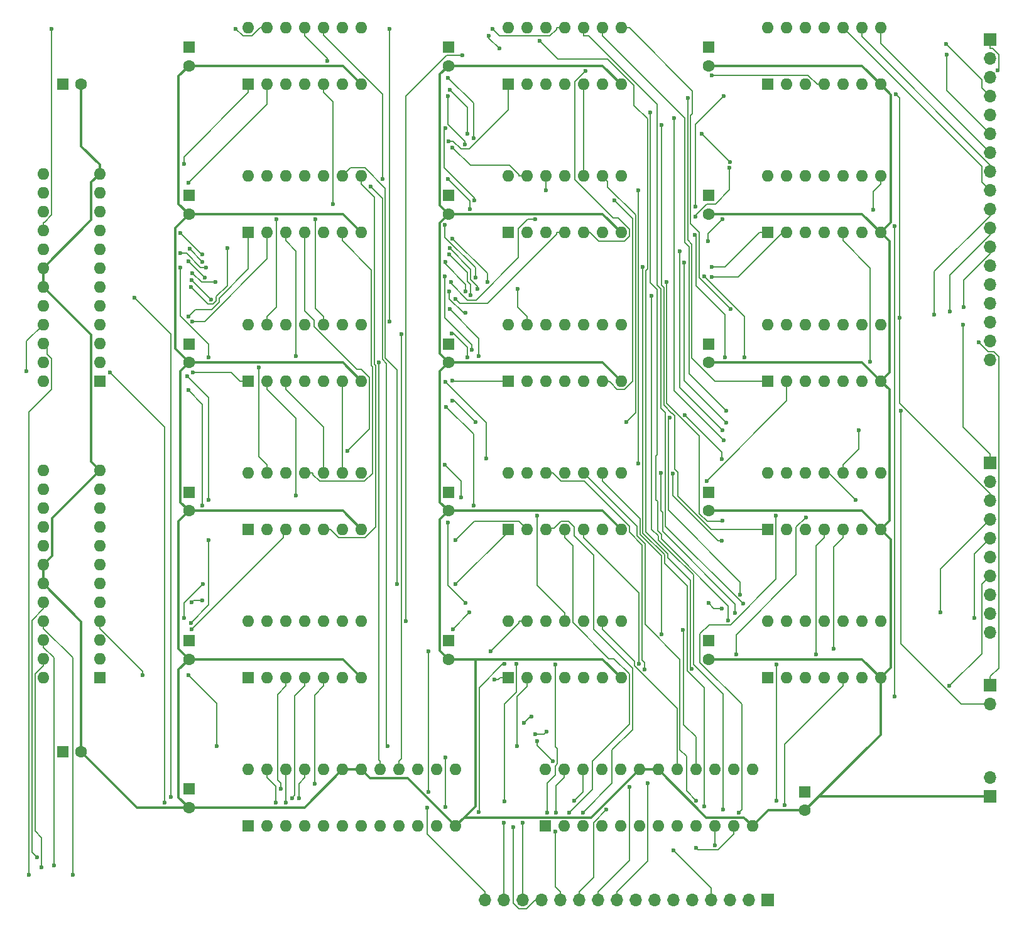
<source format=gbr>
G04 #@! TF.GenerationSoftware,KiCad,Pcbnew,8.0.8*
G04 #@! TF.CreationDate,2025-03-04T12:46:17-07:00*
G04 #@! TF.ProjectId,Decoder,4465636f-6465-4722-9e6b-696361645f70,0*
G04 #@! TF.SameCoordinates,Original*
G04 #@! TF.FileFunction,Copper,L2,Bot*
G04 #@! TF.FilePolarity,Positive*
%FSLAX46Y46*%
G04 Gerber Fmt 4.6, Leading zero omitted, Abs format (unit mm)*
G04 Created by KiCad (PCBNEW 8.0.8) date 2025-03-04 12:46:17*
%MOMM*%
%LPD*%
G01*
G04 APERTURE LIST*
G04 #@! TA.AperFunction,ComponentPad*
%ADD10R,1.600000X1.600000*%
G04 #@! TD*
G04 #@! TA.AperFunction,ComponentPad*
%ADD11C,1.600000*%
G04 #@! TD*
G04 #@! TA.AperFunction,ComponentPad*
%ADD12O,1.600000X1.600000*%
G04 #@! TD*
G04 #@! TA.AperFunction,ComponentPad*
%ADD13R,1.700000X1.700000*%
G04 #@! TD*
G04 #@! TA.AperFunction,ComponentPad*
%ADD14O,1.700000X1.700000*%
G04 #@! TD*
G04 #@! TA.AperFunction,ViaPad*
%ADD15C,0.600000*%
G04 #@! TD*
G04 #@! TA.AperFunction,Conductor*
%ADD16C,0.319000*%
G04 #@! TD*
G04 #@! TA.AperFunction,Conductor*
%ADD17C,0.200000*%
G04 #@! TD*
G04 APERTURE END LIST*
D10*
X57040000Y-45455000D03*
D11*
X57040000Y-47955000D03*
D10*
X135040000Y-130455000D03*
D12*
X137580000Y-130455000D03*
X140120000Y-130455000D03*
X142660000Y-130455000D03*
X145200000Y-130455000D03*
X147740000Y-130455000D03*
X150280000Y-130455000D03*
X150280000Y-122835000D03*
X147740000Y-122835000D03*
X145200000Y-122835000D03*
X142660000Y-122835000D03*
X140120000Y-122835000D03*
X137580000Y-122835000D03*
X135040000Y-122835000D03*
D10*
X135040000Y-70455000D03*
D12*
X137580000Y-70455000D03*
X140120000Y-70455000D03*
X142660000Y-70455000D03*
X145200000Y-70455000D03*
X147740000Y-70455000D03*
X150280000Y-70455000D03*
X150280000Y-62835000D03*
X147740000Y-62835000D03*
X145200000Y-62835000D03*
X142660000Y-62835000D03*
X140120000Y-62835000D03*
X137580000Y-62835000D03*
X135040000Y-62835000D03*
D10*
X40040000Y-140455000D03*
D11*
X42540000Y-140455000D03*
D10*
X57040000Y-105455000D03*
D11*
X57040000Y-107955000D03*
D10*
X65040000Y-130455000D03*
D12*
X67580000Y-130455000D03*
X70120000Y-130455000D03*
X72660000Y-130455000D03*
X75200000Y-130455000D03*
X77740000Y-130455000D03*
X80280000Y-130455000D03*
X80280000Y-122835000D03*
X77740000Y-122835000D03*
X75200000Y-122835000D03*
X72660000Y-122835000D03*
X70120000Y-122835000D03*
X67580000Y-122835000D03*
X65040000Y-122835000D03*
D13*
X165040000Y-146455000D03*
D14*
X165040000Y-143915000D03*
D10*
X92040000Y-125455000D03*
D11*
X92040000Y-127955000D03*
D10*
X57040000Y-85455000D03*
D11*
X57040000Y-87955000D03*
D10*
X135040000Y-110455000D03*
D12*
X137580000Y-110455000D03*
X140120000Y-110455000D03*
X142660000Y-110455000D03*
X145200000Y-110455000D03*
X147740000Y-110455000D03*
X150280000Y-110455000D03*
X150280000Y-102835000D03*
X147740000Y-102835000D03*
X145200000Y-102835000D03*
X142660000Y-102835000D03*
X140120000Y-102835000D03*
X137580000Y-102835000D03*
X135040000Y-102835000D03*
D10*
X105040000Y-150455000D03*
D12*
X107580000Y-150455000D03*
X110120000Y-150455000D03*
X112660000Y-150455000D03*
X115200000Y-150455000D03*
X117740000Y-150455000D03*
X120280000Y-150455000D03*
X122820000Y-150455000D03*
X125360000Y-150455000D03*
X127900000Y-150455000D03*
X130440000Y-150455000D03*
X132980000Y-150455000D03*
X132980000Y-142835000D03*
X130440000Y-142835000D03*
X127900000Y-142835000D03*
X125360000Y-142835000D03*
X122820000Y-142835000D03*
X120280000Y-142835000D03*
X117740000Y-142835000D03*
X115200000Y-142835000D03*
X112660000Y-142835000D03*
X110120000Y-142835000D03*
X107580000Y-142835000D03*
X105040000Y-142835000D03*
D10*
X100040000Y-90455000D03*
D12*
X102580000Y-90455000D03*
X105120000Y-90455000D03*
X107660000Y-90455000D03*
X110200000Y-90455000D03*
X112740000Y-90455000D03*
X115280000Y-90455000D03*
X115280000Y-82835000D03*
X112740000Y-82835000D03*
X110200000Y-82835000D03*
X107660000Y-82835000D03*
X105120000Y-82835000D03*
X102580000Y-82835000D03*
X100040000Y-82835000D03*
D10*
X65040000Y-110455000D03*
D12*
X67580000Y-110455000D03*
X70120000Y-110455000D03*
X72660000Y-110455000D03*
X75200000Y-110455000D03*
X77740000Y-110455000D03*
X80280000Y-110455000D03*
X80280000Y-102835000D03*
X77740000Y-102835000D03*
X75200000Y-102835000D03*
X72660000Y-102835000D03*
X70120000Y-102835000D03*
X67580000Y-102835000D03*
X65040000Y-102835000D03*
D10*
X127040000Y-125455000D03*
D11*
X127040000Y-127955000D03*
D10*
X65040000Y-70455000D03*
D12*
X67580000Y-70455000D03*
X70120000Y-70455000D03*
X72660000Y-70455000D03*
X75200000Y-70455000D03*
X77740000Y-70455000D03*
X80280000Y-70455000D03*
X80280000Y-62835000D03*
X77740000Y-62835000D03*
X75200000Y-62835000D03*
X72660000Y-62835000D03*
X70120000Y-62835000D03*
X67580000Y-62835000D03*
X65040000Y-62835000D03*
D10*
X127040000Y-85455000D03*
D11*
X127040000Y-87955000D03*
D10*
X127040000Y-105455000D03*
D11*
X127040000Y-107955000D03*
D10*
X100040000Y-70455000D03*
D12*
X102580000Y-70455000D03*
X105120000Y-70455000D03*
X107660000Y-70455000D03*
X110200000Y-70455000D03*
X112740000Y-70455000D03*
X115280000Y-70455000D03*
X115280000Y-62835000D03*
X112740000Y-62835000D03*
X110200000Y-62835000D03*
X107660000Y-62835000D03*
X105120000Y-62835000D03*
X102580000Y-62835000D03*
X100040000Y-62835000D03*
D10*
X57040000Y-145455000D03*
D11*
X57040000Y-147955000D03*
D10*
X92040000Y-65455000D03*
D11*
X92040000Y-67955000D03*
D10*
X92040000Y-85455000D03*
D11*
X92040000Y-87955000D03*
D10*
X57040000Y-65455000D03*
D11*
X57040000Y-67955000D03*
D10*
X100040000Y-130455000D03*
D12*
X102580000Y-130455000D03*
X105120000Y-130455000D03*
X107660000Y-130455000D03*
X110200000Y-130455000D03*
X112740000Y-130455000D03*
X115280000Y-130455000D03*
X115280000Y-122835000D03*
X112740000Y-122835000D03*
X110200000Y-122835000D03*
X107660000Y-122835000D03*
X105120000Y-122835000D03*
X102580000Y-122835000D03*
X100040000Y-122835000D03*
D10*
X135040000Y-90455000D03*
D12*
X137580000Y-90455000D03*
X140120000Y-90455000D03*
X142660000Y-90455000D03*
X145200000Y-90455000D03*
X147740000Y-90455000D03*
X150280000Y-90455000D03*
X150280000Y-82835000D03*
X147740000Y-82835000D03*
X145200000Y-82835000D03*
X142660000Y-82835000D03*
X140120000Y-82835000D03*
X137580000Y-82835000D03*
X135040000Y-82835000D03*
D13*
X135040000Y-160455000D03*
D14*
X132500000Y-160455000D03*
X129960000Y-160455000D03*
X127420000Y-160455000D03*
X124880000Y-160455000D03*
X122340000Y-160455000D03*
X119800000Y-160455000D03*
X117260000Y-160455000D03*
X114720000Y-160455000D03*
X112180000Y-160455000D03*
X109640000Y-160455000D03*
X107100000Y-160455000D03*
X104560000Y-160455000D03*
X102020000Y-160455000D03*
X99480000Y-160455000D03*
X96940000Y-160455000D03*
D10*
X140065000Y-145849900D03*
D11*
X140065000Y-148349900D03*
D10*
X40040000Y-50455000D03*
D11*
X42540000Y-50455000D03*
D13*
X165040000Y-44455000D03*
D14*
X165040000Y-46995000D03*
X165040000Y-49535000D03*
X165040000Y-52075000D03*
X165040000Y-54615000D03*
X165040000Y-57155000D03*
X165040000Y-59695000D03*
X165040000Y-62235000D03*
X165040000Y-64775000D03*
X165040000Y-67315000D03*
X165040000Y-69855000D03*
X165040000Y-72395000D03*
X165040000Y-74935000D03*
X165040000Y-77475000D03*
X165040000Y-80015000D03*
X165040000Y-82555000D03*
X165040000Y-85095000D03*
X165040000Y-87635000D03*
D10*
X92040000Y-105455000D03*
D11*
X92040000Y-107955000D03*
D10*
X127040000Y-45455000D03*
D11*
X127040000Y-47955000D03*
D10*
X57040000Y-125455000D03*
D11*
X57040000Y-127955000D03*
D10*
X100040000Y-50455000D03*
D12*
X102580000Y-50455000D03*
X105120000Y-50455000D03*
X107660000Y-50455000D03*
X110200000Y-50455000D03*
X112740000Y-50455000D03*
X115280000Y-50455000D03*
X115280000Y-42835000D03*
X112740000Y-42835000D03*
X110200000Y-42835000D03*
X107660000Y-42835000D03*
X105120000Y-42835000D03*
X102580000Y-42835000D03*
X100040000Y-42835000D03*
D10*
X45040000Y-90455000D03*
D12*
X45040000Y-87915000D03*
X45040000Y-85375000D03*
X45040000Y-82835000D03*
X45040000Y-80295000D03*
X45040000Y-77755000D03*
X45040000Y-75215000D03*
X45040000Y-72675000D03*
X45040000Y-70135000D03*
X45040000Y-67595000D03*
X45040000Y-65055000D03*
X45040000Y-62515000D03*
X37420000Y-62515000D03*
X37420000Y-65055000D03*
X37420000Y-67595000D03*
X37420000Y-70135000D03*
X37420000Y-72675000D03*
X37420000Y-75215000D03*
X37420000Y-77755000D03*
X37420000Y-80295000D03*
X37420000Y-82835000D03*
X37420000Y-85375000D03*
X37420000Y-87915000D03*
X37420000Y-90455000D03*
D10*
X65040000Y-150455000D03*
D12*
X67580000Y-150455000D03*
X70120000Y-150455000D03*
X72660000Y-150455000D03*
X75200000Y-150455000D03*
X77740000Y-150455000D03*
X80280000Y-150455000D03*
X82820000Y-150455000D03*
X85360000Y-150455000D03*
X87900000Y-150455000D03*
X90440000Y-150455000D03*
X92980000Y-150455000D03*
X92980000Y-142835000D03*
X90440000Y-142835000D03*
X87900000Y-142835000D03*
X85360000Y-142835000D03*
X82820000Y-142835000D03*
X80280000Y-142835000D03*
X77740000Y-142835000D03*
X75200000Y-142835000D03*
X72660000Y-142835000D03*
X70120000Y-142835000D03*
X67580000Y-142835000D03*
X65040000Y-142835000D03*
D10*
X65040000Y-50455000D03*
D12*
X67580000Y-50455000D03*
X70120000Y-50455000D03*
X72660000Y-50455000D03*
X75200000Y-50455000D03*
X77740000Y-50455000D03*
X80280000Y-50455000D03*
X80280000Y-42835000D03*
X77740000Y-42835000D03*
X75200000Y-42835000D03*
X72660000Y-42835000D03*
X70120000Y-42835000D03*
X67580000Y-42835000D03*
X65040000Y-42835000D03*
D10*
X100040000Y-110455000D03*
D12*
X102580000Y-110455000D03*
X105120000Y-110455000D03*
X107660000Y-110455000D03*
X110200000Y-110455000D03*
X112740000Y-110455000D03*
X115280000Y-110455000D03*
X115280000Y-102835000D03*
X112740000Y-102835000D03*
X110200000Y-102835000D03*
X107660000Y-102835000D03*
X105120000Y-102835000D03*
X102580000Y-102835000D03*
X100040000Y-102835000D03*
D10*
X92040000Y-45455000D03*
D11*
X92040000Y-47955000D03*
D13*
X165040000Y-131455000D03*
D14*
X165040000Y-133995000D03*
D10*
X65040000Y-90455000D03*
D12*
X67580000Y-90455000D03*
X70120000Y-90455000D03*
X72660000Y-90455000D03*
X75200000Y-90455000D03*
X77740000Y-90455000D03*
X80280000Y-90455000D03*
X80280000Y-82835000D03*
X77740000Y-82835000D03*
X75200000Y-82835000D03*
X72660000Y-82835000D03*
X70120000Y-82835000D03*
X67580000Y-82835000D03*
X65040000Y-82835000D03*
D10*
X135040000Y-50455000D03*
D12*
X137580000Y-50455000D03*
X140120000Y-50455000D03*
X142660000Y-50455000D03*
X145200000Y-50455000D03*
X147740000Y-50455000D03*
X150280000Y-50455000D03*
X150280000Y-42835000D03*
X147740000Y-42835000D03*
X145200000Y-42835000D03*
X142660000Y-42835000D03*
X140120000Y-42835000D03*
X137580000Y-42835000D03*
X135040000Y-42835000D03*
D13*
X165040000Y-101455000D03*
D14*
X165040000Y-103995000D03*
X165040000Y-106535000D03*
X165040000Y-109075000D03*
X165040000Y-111615000D03*
X165040000Y-114155000D03*
X165040000Y-116695000D03*
X165040000Y-119235000D03*
X165040000Y-121775000D03*
X165040000Y-124315000D03*
D10*
X45040000Y-130455000D03*
D12*
X45040000Y-127915000D03*
X45040000Y-125375000D03*
X45040000Y-122835000D03*
X45040000Y-120295000D03*
X45040000Y-117755000D03*
X45040000Y-115215000D03*
X45040000Y-112675000D03*
X45040000Y-110135000D03*
X45040000Y-107595000D03*
X45040000Y-105055000D03*
X45040000Y-102515000D03*
X37420000Y-102515000D03*
X37420000Y-105055000D03*
X37420000Y-107595000D03*
X37420000Y-110135000D03*
X37420000Y-112675000D03*
X37420000Y-115215000D03*
X37420000Y-117755000D03*
X37420000Y-120295000D03*
X37420000Y-122835000D03*
X37420000Y-125375000D03*
X37420000Y-127915000D03*
X37420000Y-130455000D03*
D10*
X127040000Y-65455000D03*
D11*
X127040000Y-67955000D03*
D15*
X122367300Y-153716800D03*
X46419700Y-89326500D03*
X53760400Y-147289700D03*
X116383600Y-145141200D03*
X41369300Y-157000000D03*
X113317600Y-148218400D03*
X108983400Y-147013200D03*
X118880300Y-144661100D03*
X36559000Y-154685200D03*
X54581700Y-146555400D03*
X49678000Y-79193300D03*
X35500000Y-157000000D03*
X102020000Y-149970100D03*
X71879000Y-146712500D03*
X37165400Y-156000000D03*
X106430200Y-151178500D03*
X106491900Y-148628000D03*
X70120000Y-147290100D03*
X99480000Y-149960300D03*
X100750000Y-150576400D03*
X91585700Y-141174200D03*
X91585700Y-147917000D03*
X89189400Y-147936000D03*
X68728600Y-147289600D03*
X38825000Y-155725300D03*
X35165000Y-89155000D03*
X152957400Y-94465200D03*
X129440400Y-94465200D03*
X163484100Y-85244000D03*
X130061700Y-80779600D03*
X159546200Y-131574200D03*
X97481400Y-43905400D03*
X152811200Y-81902000D03*
X152335200Y-51788700D03*
X98869900Y-45633800D03*
X127527200Y-49259300D03*
X94529000Y-87271900D03*
X131353400Y-119235000D03*
X121864500Y-95360200D03*
X92480500Y-84068500D03*
X158288100Y-121648600D03*
X146873900Y-106456400D03*
X131725600Y-120458000D03*
X129104600Y-98452200D03*
X122414500Y-55019800D03*
X162925100Y-122379700D03*
X91972900Y-109492800D03*
X127051400Y-120370700D03*
X94352300Y-120370700D03*
X128867100Y-121089400D03*
X129441100Y-96033000D03*
X123798900Y-74496100D03*
X161370700Y-82835000D03*
X159199500Y-46431900D03*
X157515300Y-81487400D03*
X148843400Y-87838600D03*
X161449200Y-80474500D03*
X159580200Y-81083700D03*
X159085200Y-45033100D03*
X166021200Y-48581800D03*
X57504500Y-82397000D03*
X94351000Y-81280300D03*
X92152200Y-78360700D03*
X59145700Y-76520300D03*
X56971700Y-74346300D03*
X92523700Y-90359500D03*
X55846900Y-75125000D03*
X59713100Y-87272200D03*
X58869900Y-107278500D03*
X56960400Y-91685700D03*
X91593000Y-74422700D03*
X94335800Y-78374200D03*
X58881700Y-74422700D03*
X57119300Y-72617300D03*
X57009900Y-81718200D03*
X63348000Y-42994300D03*
X38552100Y-42994300D03*
X60628400Y-77132200D03*
X57507700Y-75915300D03*
X125290700Y-68277000D03*
X92375400Y-77132200D03*
X129856800Y-61716500D03*
X103692100Y-68639400D03*
X91543300Y-76376900D03*
X95130700Y-86233000D03*
X55839100Y-73225100D03*
X59343900Y-75125900D03*
X59680800Y-106504100D03*
X56830400Y-89834500D03*
X56957900Y-63764900D03*
X58877000Y-73371300D03*
X92121400Y-73371300D03*
X94962300Y-78883100D03*
X55835800Y-70478400D03*
X96133200Y-87120100D03*
X92157700Y-80769500D03*
X57395600Y-76835100D03*
X60038500Y-79478000D03*
X57535000Y-89283900D03*
X147341100Y-97086100D03*
X128906300Y-97086100D03*
X123187600Y-72977600D03*
X92985500Y-79357400D03*
X125217700Y-70784300D03*
X92519000Y-58949800D03*
X56348600Y-61180300D03*
X129260100Y-87275600D03*
X95955300Y-78019100D03*
X57315300Y-77755000D03*
X62227900Y-72532100D03*
X101307700Y-78019100D03*
X92177000Y-72532100D03*
X117624300Y-64766300D03*
X93764400Y-106148100D03*
X57439700Y-123888900D03*
X105120000Y-64766300D03*
X91547200Y-101722200D03*
X117624300Y-101532400D03*
X56405000Y-122421500D03*
X58933200Y-117868100D03*
X92947000Y-117868100D03*
X85104900Y-117868100D03*
X83850200Y-139690200D03*
X60786700Y-139690200D03*
X50811700Y-130125300D03*
X56997000Y-130125300D03*
X101251500Y-139690200D03*
X81510600Y-64209500D03*
X130766600Y-127285900D03*
X140190200Y-108819700D03*
X58861500Y-120034800D03*
X57407400Y-120295000D03*
X98203700Y-130688700D03*
X57283300Y-123061200D03*
X126810000Y-103900600D03*
X59680800Y-111882700D03*
X92971000Y-111882700D03*
X143930000Y-126572700D03*
X136212400Y-128624600D03*
X136212400Y-147050900D03*
X125360700Y-153351600D03*
X69405700Y-145431800D03*
X126463000Y-147797900D03*
X118226100Y-75097800D03*
X127536700Y-75097800D03*
X127900000Y-153019900D03*
X70920200Y-146677700D03*
X136168400Y-108624600D03*
X131173500Y-148609300D03*
X110155600Y-148615800D03*
X108251900Y-148614700D03*
X129006900Y-148181800D03*
X127497900Y-76432500D03*
X119409600Y-78991700D03*
X123597900Y-123972900D03*
X105349600Y-148615100D03*
X117656000Y-128563800D03*
X106428700Y-128639400D03*
X106116100Y-141733300D03*
X103982600Y-139034400D03*
X103726200Y-138095700D03*
X105275600Y-137731700D03*
X73984100Y-144755700D03*
X137332700Y-147652700D03*
X103210800Y-135671700D03*
X102187300Y-136546800D03*
X74098300Y-68639000D03*
X85706600Y-84116100D03*
X68850000Y-68625900D03*
X82650700Y-87941100D03*
X120764800Y-124619700D03*
X101141700Y-128620300D03*
X99574400Y-147154900D03*
X97681000Y-126846200D03*
X89332100Y-145837000D03*
X89332100Y-126846200D03*
X125417100Y-147011200D03*
X99569500Y-128621200D03*
X96106400Y-148573900D03*
X86313400Y-122835000D03*
X93881400Y-46577100D03*
X94859800Y-121677000D03*
X92582900Y-123953900D03*
X78401500Y-99911900D03*
X71481100Y-105898900D03*
X71479500Y-87121700D03*
X66459700Y-88616900D03*
X84105700Y-82454400D03*
X97939500Y-42963800D03*
X84105700Y-42963800D03*
X95664400Y-95966100D03*
X116003200Y-95966100D03*
X128890600Y-100967600D03*
X141548900Y-127293100D03*
X92538100Y-93072300D03*
X123884100Y-95033400D03*
X97120900Y-100929900D03*
X122240500Y-102904600D03*
X128882400Y-111967000D03*
X91564500Y-90533600D03*
X95426700Y-107277300D03*
X91725400Y-93926500D03*
X97244700Y-77105500D03*
X128946400Y-109234700D03*
X92569400Y-71222600D03*
X121450300Y-77105500D03*
X92059100Y-58104400D03*
X75675400Y-47288700D03*
X126498700Y-76319600D03*
X91557300Y-69376600D03*
X131904500Y-87289400D03*
X95665700Y-76491100D03*
X76470000Y-66645700D03*
X94903000Y-67278100D03*
X91968400Y-63247700D03*
X83179600Y-63247700D03*
X92172000Y-51165000D03*
X129978300Y-60903900D03*
X126190300Y-57115900D03*
X94578400Y-57115900D03*
X91565800Y-56378100D03*
X95504700Y-66132200D03*
X114380000Y-66132200D03*
X91925200Y-49551200D03*
X95374500Y-57719800D03*
X91961500Y-52009700D03*
X94242200Y-58560600D03*
X110455400Y-48636900D03*
X120731500Y-55918800D03*
X124261100Y-52295000D03*
X124804900Y-129273900D03*
X104312800Y-44567800D03*
X119229500Y-54222400D03*
X129748600Y-122700400D03*
X128971400Y-68631300D03*
X149296300Y-67347100D03*
X127001700Y-71558000D03*
X125274600Y-66976700D03*
X129104600Y-52028700D03*
X103945500Y-108635300D03*
X118433200Y-129318500D03*
X130630200Y-121721000D03*
X120614700Y-102835000D03*
X152140000Y-133001100D03*
X152140000Y-69574200D03*
D16*
X94139500Y-149295500D02*
X95665000Y-147770000D01*
X57040000Y-127955000D02*
X55665000Y-129330000D01*
X151439000Y-109295000D02*
X151439000Y-91615000D01*
X43880500Y-63675000D02*
X45040000Y-62515000D01*
X112780000Y-127955000D02*
X95665000Y-127955000D01*
X120280000Y-142835000D02*
X126741000Y-149295500D01*
X37420000Y-117755000D02*
X42540000Y-122875000D01*
X55665000Y-49330000D02*
X55665000Y-66580000D01*
X150280000Y-50455000D02*
X147780000Y-47955000D01*
X50040000Y-147955000D02*
X42540000Y-140455000D01*
X77740000Y-142835000D02*
X80280000Y-142835000D01*
X147780000Y-87955000D02*
X127040000Y-87955000D01*
X90880500Y-49115000D02*
X92040000Y-47955000D01*
X150280000Y-110455000D02*
X151439000Y-109295000D01*
X77780000Y-107955000D02*
X57040000Y-107955000D01*
X57040000Y-147955000D02*
X50040000Y-147955000D01*
X151439000Y-89295000D02*
X151439000Y-71615000D01*
X117740000Y-142835000D02*
X120280000Y-142835000D01*
X90880500Y-69115000D02*
X92040000Y-67955000D01*
X55665000Y-146580000D02*
X57040000Y-147955000D01*
X42540000Y-122875000D02*
X42540000Y-140455000D01*
X112780000Y-87955000D02*
X92040000Y-87955000D01*
X151665000Y-69070000D02*
X151665000Y-51840000D01*
X126741000Y-149295500D02*
X131821000Y-149295500D01*
X57040000Y-87955000D02*
X55880500Y-89115000D01*
X37420000Y-77755000D02*
X37420000Y-75215000D01*
X77780000Y-47955000D02*
X57040000Y-47955000D01*
X37420000Y-117755000D02*
X37420000Y-115215000D01*
X77780000Y-127955000D02*
X57040000Y-127955000D01*
X90880500Y-89115000D02*
X92040000Y-87955000D01*
X95665000Y-127955000D02*
X92040000Y-127955000D01*
X55880500Y-89115000D02*
X55880500Y-106795000D01*
X135085000Y-148349900D02*
X132980000Y-150455000D01*
X151439000Y-91615000D02*
X150280000Y-90455000D01*
X115280000Y-130455000D02*
X112780000Y-127955000D01*
X147780000Y-47955000D02*
X127040000Y-47955000D01*
X80280000Y-70455000D02*
X77780000Y-67955000D01*
X90880500Y-126795500D02*
X90880500Y-109115000D01*
X81439500Y-143994500D02*
X86519500Y-143994500D01*
X72620000Y-147955000D02*
X77740000Y-142835000D01*
X57040000Y-47955000D02*
X55665000Y-49330000D01*
X38579500Y-114055500D02*
X37420000Y-115215000D01*
X111279000Y-149295500D02*
X117740000Y-142835000D01*
X150280000Y-130455000D02*
X151665000Y-129070000D01*
X90880500Y-66795000D02*
X90880500Y-49115000D01*
X45040000Y-102515000D02*
X38579500Y-108975000D01*
X92980000Y-150455000D02*
X94139500Y-149295500D01*
X150280000Y-110455000D02*
X147780000Y-107955000D01*
X165040000Y-146455000D02*
X141960000Y-146455000D01*
X80280000Y-90455000D02*
X77780000Y-87955000D01*
X150280000Y-138134900D02*
X150280000Y-130455000D01*
X115280000Y-50455000D02*
X112780000Y-47955000D01*
X92040000Y-127955000D02*
X90880500Y-126795500D01*
X112780000Y-67955000D02*
X92040000Y-67955000D01*
X55665000Y-129330000D02*
X55665000Y-146580000D01*
X151665000Y-129070000D02*
X151665000Y-111840000D01*
X115280000Y-70455000D02*
X112780000Y-67955000D01*
X94139500Y-149295500D02*
X111279000Y-149295500D01*
X55665000Y-109330000D02*
X55665000Y-126580000D01*
X147780000Y-127955000D02*
X127040000Y-127955000D01*
X45040000Y-61280000D02*
X42540000Y-58780000D01*
X150280000Y-70455000D02*
X151665000Y-69070000D01*
X80280000Y-130455000D02*
X77780000Y-127955000D01*
X57040000Y-107955000D02*
X55665000Y-109330000D01*
X43880500Y-84215000D02*
X37420000Y-77755000D01*
X150280000Y-90455000D02*
X151439000Y-89295000D01*
X80280000Y-110455000D02*
X77780000Y-107955000D01*
X45040000Y-62515000D02*
X45040000Y-61280000D01*
X112780000Y-107955000D02*
X92040000Y-107955000D01*
X45040000Y-102515000D02*
X43880500Y-101355000D01*
X37420000Y-75215000D02*
X43880500Y-68755000D01*
X131821000Y-149295500D02*
X132980000Y-150455000D01*
X147780000Y-107955000D02*
X127040000Y-107955000D01*
X80280000Y-142835000D02*
X81439500Y-143994500D01*
X57040000Y-147955000D02*
X72620000Y-147955000D01*
X43880500Y-101355000D02*
X43880500Y-84215000D01*
X151439000Y-71615000D02*
X150280000Y-70455000D01*
X92040000Y-87955000D02*
X90880500Y-86795000D01*
X80280000Y-50455000D02*
X77780000Y-47955000D01*
X43880500Y-68755000D02*
X43880500Y-63675000D01*
X150280000Y-130455000D02*
X147780000Y-127955000D01*
X112780000Y-47955000D02*
X92040000Y-47955000D01*
X38579500Y-108975000D02*
X38579500Y-114055500D01*
X150280000Y-90455000D02*
X147780000Y-87955000D01*
X115280000Y-90455000D02*
X112780000Y-87955000D01*
X92040000Y-107955000D02*
X90880500Y-106795000D01*
X147780000Y-67955000D02*
X127040000Y-67955000D01*
X90880500Y-109115000D02*
X92040000Y-107955000D01*
X57040000Y-67955000D02*
X55165000Y-69830000D01*
X86519500Y-143994500D02*
X92980000Y-150455000D01*
X150280000Y-70455000D02*
X147780000Y-67955000D01*
X55665000Y-126580000D02*
X57040000Y-127955000D01*
X141960000Y-146455000D02*
X140065000Y-148349900D01*
X95665000Y-147770000D02*
X95665000Y-127955000D01*
X92040000Y-67955000D02*
X90880500Y-66795000D01*
X77780000Y-67955000D02*
X57040000Y-67955000D01*
X140065000Y-148349900D02*
X135085000Y-148349900D01*
X115280000Y-110455000D02*
X112780000Y-107955000D01*
X55165000Y-86080000D02*
X57040000Y-87955000D01*
X151665000Y-51840000D02*
X150280000Y-50455000D01*
X140065000Y-148349900D02*
X150280000Y-138134900D01*
X42540000Y-58780000D02*
X42540000Y-50455000D01*
X90880500Y-86795000D02*
X90880500Y-69115000D01*
X55165000Y-69830000D02*
X55165000Y-86080000D01*
X55665000Y-66580000D02*
X57040000Y-67955000D01*
X92980000Y-150455000D02*
X94139500Y-149295500D01*
X151665000Y-111840000D02*
X150280000Y-110455000D01*
X55880500Y-106795000D02*
X57040000Y-107955000D01*
X90880500Y-106795000D02*
X90880500Y-89115000D01*
X77780000Y-87955000D02*
X57040000Y-87955000D01*
D17*
X46419700Y-89326500D02*
X53760400Y-96667200D01*
X127420000Y-158769500D02*
X122367300Y-153716800D01*
X127420000Y-160455000D02*
X127420000Y-158769500D01*
X53760400Y-96667200D02*
X53760400Y-147289700D01*
X112180000Y-160455000D02*
X112180000Y-159303300D01*
X116383600Y-155099700D02*
X116383600Y-145141200D01*
X112180000Y-159303300D02*
X116383600Y-155099700D01*
X41369300Y-157000000D02*
X41369300Y-127748300D01*
X37420000Y-123799000D02*
X41369300Y-127748300D01*
X37420000Y-122835000D02*
X37420000Y-123799000D01*
X109640000Y-159303300D02*
X111558300Y-157385000D01*
X109640000Y-160455000D02*
X109640000Y-159303300D01*
X110120000Y-145876600D02*
X108983400Y-147013200D01*
X111558300Y-149977700D02*
X113317600Y-148218400D01*
X110120000Y-142835000D02*
X110120000Y-145876600D01*
X111558300Y-157385000D02*
X111558300Y-149977700D01*
X114720000Y-160455000D02*
X114720000Y-159303300D01*
X118880300Y-155143000D02*
X118880300Y-144661100D01*
X114720000Y-159303300D02*
X118880300Y-155143000D01*
X35867400Y-122721000D02*
X35867400Y-153993600D01*
X35867400Y-153993600D02*
X36559000Y-154685200D01*
X37420000Y-121168400D02*
X35867400Y-122721000D01*
X37420000Y-120295000D02*
X37420000Y-121168400D01*
X54581700Y-146555400D02*
X54581700Y-84097000D01*
X54581700Y-84097000D02*
X49678000Y-79193300D01*
X35465700Y-156965700D02*
X35465700Y-94625100D01*
X35500000Y-157000000D02*
X35465700Y-156965700D01*
X38533200Y-87452200D02*
X37950500Y-86869500D01*
X37950500Y-86869500D02*
X37950500Y-85905500D01*
X38533200Y-91557600D02*
X38533200Y-87452200D01*
X37950500Y-85905500D02*
X37420000Y-85375000D01*
X35465700Y-94625100D02*
X38533200Y-91557600D01*
X72660000Y-142835000D02*
X72660000Y-143936700D01*
X102020000Y-160455000D02*
X102020000Y-149970100D01*
X71879000Y-144717700D02*
X71879000Y-146712500D01*
X72660000Y-143936700D02*
X71879000Y-144717700D01*
X37420000Y-128835000D02*
X36290700Y-129964300D01*
X37420000Y-127915000D02*
X37420000Y-128835000D01*
X37165400Y-152014500D02*
X37165400Y-156000000D01*
X36290700Y-129964300D02*
X36290700Y-151139800D01*
X36290700Y-151139800D02*
X37165400Y-152014500D01*
X107580000Y-143936700D02*
X106491900Y-145024800D01*
X106491900Y-145024800D02*
X106491900Y-148628000D01*
X106430200Y-158633500D02*
X106430200Y-151178500D01*
X107100000Y-159303300D02*
X106430200Y-158633500D01*
X107100000Y-160455000D02*
X107100000Y-159303300D01*
X107580000Y-142835000D02*
X107580000Y-143936700D01*
X99480000Y-160455000D02*
X99480000Y-149960300D01*
X70120000Y-142835000D02*
X70120000Y-147290100D01*
X103696200Y-160455000D02*
X102511300Y-161639900D01*
X100750000Y-160873400D02*
X100750000Y-150576400D01*
X101516500Y-161639900D02*
X100750000Y-160873400D01*
X102511300Y-161639900D02*
X101516500Y-161639900D01*
X91585700Y-141174200D02*
X91585700Y-147917000D01*
X104560000Y-160455000D02*
X103696200Y-160455000D01*
X96940000Y-160455000D02*
X96940000Y-159303300D01*
X89189400Y-151552700D02*
X89189400Y-147936000D01*
X67580000Y-142835000D02*
X67580000Y-143936700D01*
X68728600Y-145085300D02*
X68728600Y-147289600D01*
X67580000Y-143936700D02*
X68728600Y-145085300D01*
X96940000Y-159303300D02*
X89189400Y-151552700D01*
X37420000Y-126339000D02*
X38825000Y-127744000D01*
X38825000Y-127744000D02*
X38825000Y-155725300D01*
X37420000Y-125375000D02*
X37420000Y-126339000D01*
X35165000Y-89155000D02*
X35165000Y-85090000D01*
X35165000Y-85090000D02*
X37420000Y-82835000D01*
X124428900Y-89453700D02*
X129440400Y-94465200D01*
X123828000Y-55024700D02*
X123828000Y-71800900D01*
X152957400Y-125868400D02*
X152957400Y-94465200D01*
X165040000Y-133995000D02*
X161084000Y-133995000D01*
X123828000Y-71800900D02*
X124428900Y-72401800D01*
X124428900Y-72401800D02*
X124428900Y-89453700D01*
X112740000Y-43936700D02*
X123828000Y-55024700D01*
X112740000Y-42835000D02*
X112740000Y-43936700D01*
X161084000Y-133995000D02*
X152957400Y-125868400D01*
X116381700Y-42835000D02*
X124901200Y-51354500D01*
X165040000Y-131455000D02*
X165040000Y-130303300D01*
X124664300Y-69266700D02*
X125833300Y-70435700D01*
X124901200Y-54453600D02*
X124664300Y-54690500D01*
X166191700Y-129151600D02*
X166191700Y-87157900D01*
X124664300Y-54690500D02*
X124664300Y-69266700D01*
X164723400Y-86483300D02*
X163484100Y-85244000D01*
X125833300Y-70435700D02*
X125833300Y-76551200D01*
X166191700Y-87157900D02*
X165517100Y-86483300D01*
X125833300Y-76551200D02*
X130061700Y-80779600D01*
X165517100Y-86483300D02*
X164723400Y-86483300D01*
X165040000Y-130303300D02*
X166191700Y-129151600D01*
X115280000Y-42835000D02*
X116381700Y-42835000D01*
X124901200Y-51354500D02*
X124901200Y-54453600D01*
X165040000Y-116695000D02*
X163890000Y-117845000D01*
X163890000Y-117845000D02*
X163890000Y-127230400D01*
X163890000Y-127230400D02*
X159546200Y-131574200D01*
X141696000Y-50455000D02*
X140500300Y-49259300D01*
X142660000Y-50455000D02*
X141696000Y-50455000D01*
X152811200Y-52264700D02*
X152335200Y-51788700D01*
X152811200Y-93423000D02*
X152811200Y-81902000D01*
X98869900Y-45633800D02*
X97481400Y-44245300D01*
X152811200Y-81902000D02*
X152811200Y-52264700D01*
X165040000Y-106535000D02*
X165040000Y-105651800D01*
X140500300Y-49259300D02*
X127527200Y-49259300D01*
X165040000Y-105651800D02*
X152811200Y-93423000D01*
X97481400Y-44245300D02*
X97481400Y-43905400D01*
X92680200Y-84068500D02*
X94529000Y-85917300D01*
X92480500Y-84068500D02*
X92680200Y-84068500D01*
X131353400Y-119235000D02*
X131353400Y-117532400D01*
X131353400Y-117532400D02*
X121638800Y-107817800D01*
X94529000Y-85917300D02*
X94529000Y-87271900D01*
X121638800Y-107817800D02*
X121638800Y-95585900D01*
X121638800Y-95585900D02*
X121864500Y-95360200D01*
X165040000Y-109075000D02*
X158288100Y-115826900D01*
X158288100Y-115826900D02*
X158288100Y-121648600D01*
X142660000Y-102835000D02*
X143252500Y-102835000D01*
X143252500Y-102835000D02*
X146873900Y-106456400D01*
X110905700Y-43936700D02*
X110200000Y-43936700D01*
X121267100Y-108014100D02*
X121237100Y-107984100D01*
X121267100Y-109999500D02*
X121267100Y-108014100D01*
X121237100Y-107984100D02*
X121237100Y-94739800D01*
X120115700Y-77521000D02*
X120115700Y-53146700D01*
X120646900Y-94149600D02*
X120646900Y-78052200D01*
X131725600Y-120458000D02*
X121267100Y-109999500D01*
X120646900Y-78052200D02*
X120115700Y-77521000D01*
X121237100Y-94739800D02*
X120646900Y-94149600D01*
X120115700Y-53146700D02*
X110905700Y-43936700D01*
X110200000Y-42835000D02*
X110200000Y-43936700D01*
X129104600Y-98452200D02*
X122414500Y-91762100D01*
X162925100Y-113729900D02*
X162925100Y-122379700D01*
X165040000Y-111615000D02*
X162925100Y-113729900D01*
X122414500Y-91762100D02*
X122414500Y-55019800D01*
X94352300Y-120370700D02*
X91972900Y-117991300D01*
X127770100Y-121089400D02*
X127051400Y-120370700D01*
X128867100Y-121089400D02*
X127770100Y-121089400D01*
X91972900Y-117991300D02*
X91972900Y-109492800D01*
X129441100Y-96033000D02*
X123798900Y-90390800D01*
X123798900Y-90390800D02*
X123798900Y-74496100D01*
X161370700Y-96634000D02*
X161370700Y-82835000D01*
X165040000Y-100303300D02*
X161370700Y-96634000D01*
X165040000Y-101455000D02*
X165040000Y-100303300D01*
X150280000Y-44935000D02*
X150280000Y-42835000D01*
X165040000Y-59695000D02*
X150280000Y-44935000D01*
X159199500Y-51314500D02*
X159199500Y-46431900D01*
X165040000Y-57155000D02*
X159199500Y-51314500D01*
X157515300Y-75703500D02*
X157515300Y-81487400D01*
X165040000Y-68178800D02*
X157515300Y-75703500D01*
X165040000Y-67315000D02*
X165040000Y-68178800D01*
X145200000Y-70455000D02*
X145200000Y-71556700D01*
X145200000Y-71556700D02*
X148843400Y-75200100D01*
X148843400Y-75200100D02*
X148843400Y-87838600D01*
X161449200Y-76869000D02*
X161449200Y-80474500D01*
X165040000Y-72395000D02*
X165040000Y-73278200D01*
X165040000Y-73278200D02*
X161449200Y-76869000D01*
X163890000Y-61525000D02*
X145200000Y-42835000D01*
X163890000Y-63625000D02*
X163890000Y-61525000D01*
X165040000Y-64775000D02*
X163890000Y-63625000D01*
X165040000Y-70718800D02*
X159580200Y-76178600D01*
X159580200Y-76178600D02*
X159580200Y-81083700D01*
X165040000Y-69855000D02*
X165040000Y-70718800D01*
X163890000Y-50925000D02*
X163890000Y-49837900D01*
X165040000Y-52075000D02*
X163890000Y-50925000D01*
X163890000Y-49837900D02*
X159085200Y-45033100D01*
X165040000Y-44455000D02*
X165040000Y-45606700D01*
X166191700Y-48411300D02*
X166021200Y-48581800D01*
X165040000Y-45606700D02*
X165328000Y-45606700D01*
X166191700Y-46470400D02*
X166191700Y-48411300D01*
X165328000Y-45606700D02*
X166191700Y-46470400D01*
X147740000Y-44021346D02*
X147740000Y-42835000D01*
X165040000Y-62235000D02*
X165040000Y-61321346D01*
X165040000Y-61321346D02*
X147740000Y-44021346D01*
X59137500Y-82397000D02*
X67580000Y-73954500D01*
X67580000Y-73954500D02*
X67580000Y-70455000D01*
X57504500Y-82397000D02*
X59137500Y-82397000D01*
X92152200Y-78360700D02*
X92152200Y-79390200D01*
X56971700Y-74346300D02*
X59145700Y-76520300D01*
X94042300Y-81280300D02*
X94351000Y-81280300D01*
X92152200Y-79390200D02*
X94042300Y-81280300D01*
X59713100Y-87272200D02*
X59713100Y-85508100D01*
X55846900Y-81641900D02*
X55846900Y-75125000D01*
X92619200Y-90455000D02*
X92523700Y-90359500D01*
X100040000Y-90455000D02*
X92619200Y-90455000D01*
X59713100Y-85508100D02*
X55846900Y-81641900D01*
X56960400Y-91685700D02*
X58869900Y-93595200D01*
X58869900Y-93595200D02*
X58869900Y-107278500D01*
X58881700Y-74379700D02*
X57119300Y-72617300D01*
X91593000Y-74422700D02*
X91593000Y-74658000D01*
X94335800Y-77400800D02*
X94335800Y-78374200D01*
X91593000Y-74658000D02*
X94335800Y-77400800D01*
X58881700Y-74422700D02*
X58881700Y-74379700D01*
X57009900Y-81718200D02*
X57907300Y-80820800D01*
X60145700Y-80820800D02*
X61135900Y-79830600D01*
X57907300Y-80820800D02*
X60145700Y-80820800D01*
X61135900Y-79262600D02*
X65040000Y-75358500D01*
X65040000Y-75358500D02*
X65040000Y-71556700D01*
X65040000Y-70455000D02*
X65040000Y-71556700D01*
X61135900Y-79830600D02*
X61135900Y-79262600D01*
X38552100Y-68038900D02*
X38552100Y-42994300D01*
X64308400Y-43954700D02*
X63348000Y-42994300D01*
X67580000Y-42835000D02*
X66616000Y-42835000D01*
X37557700Y-69033300D02*
X38552100Y-68038900D01*
X37420000Y-69033300D02*
X37557700Y-69033300D01*
X37420000Y-70135000D02*
X37420000Y-69033300D01*
X65496300Y-43954700D02*
X64308400Y-43954700D01*
X66616000Y-42835000D02*
X65496300Y-43954700D01*
X129856800Y-64681300D02*
X127974600Y-66563500D01*
X58724600Y-77132200D02*
X60628400Y-77132200D01*
X129856800Y-61716500D02*
X129856800Y-64681300D01*
X92375400Y-77290600D02*
X92375400Y-77132200D01*
X95731200Y-79519300D02*
X94604100Y-79519300D01*
X101429600Y-73820900D02*
X95731200Y-79519300D01*
X125290700Y-68087800D02*
X125290700Y-68277000D01*
X103692100Y-68639400D02*
X102715900Y-68639400D01*
X101429600Y-69925700D02*
X101429600Y-73820900D01*
X127974600Y-66563500D02*
X126815000Y-66563500D01*
X102715900Y-68639400D02*
X101429600Y-69925700D01*
X94604100Y-79519300D02*
X92375400Y-77290600D01*
X57507700Y-75915300D02*
X58724600Y-77132200D01*
X126815000Y-66563500D02*
X125290700Y-68087800D01*
X58627600Y-75125900D02*
X56726800Y-73225100D01*
X59343900Y-75125900D02*
X58627600Y-75125900D01*
X56726800Y-73225100D02*
X55839100Y-73225100D01*
X91543300Y-81941800D02*
X95130700Y-85529200D01*
X95130700Y-85529200D02*
X95130700Y-86233000D01*
X91543300Y-76376900D02*
X91543300Y-81941800D01*
X59680800Y-106504100D02*
X59680800Y-92684900D01*
X59680800Y-92684900D02*
X56830400Y-89834500D01*
X56957900Y-63764900D02*
X67580000Y-53142800D01*
X67580000Y-53142800D02*
X67580000Y-50455000D01*
X94560600Y-75810500D02*
X94560600Y-77057600D01*
X58728700Y-73371300D02*
X55835800Y-70478400D01*
X94560600Y-77057600D02*
X94962300Y-77459300D01*
X94962300Y-77459300D02*
X94962300Y-78883100D01*
X92121400Y-73371300D02*
X94560600Y-75810500D01*
X58877000Y-73371300D02*
X58728700Y-73371300D01*
X57395600Y-76835100D02*
X60038500Y-79478000D01*
X96133200Y-84745000D02*
X96133200Y-87120100D01*
X92157700Y-80769500D02*
X96133200Y-84745000D01*
X145200000Y-102835000D02*
X145200000Y-101733300D01*
X106558300Y-70455000D02*
X106558300Y-70683300D01*
X97281600Y-79960000D02*
X93588100Y-79960000D01*
X93588100Y-79960000D02*
X92985500Y-79357400D01*
X62767200Y-89283900D02*
X57535000Y-89283900D01*
X123187600Y-91367400D02*
X123187600Y-72977600D01*
X128906300Y-97086100D02*
X123187600Y-91367400D01*
X147341100Y-99592200D02*
X147341100Y-97086100D01*
X107660000Y-70455000D02*
X106558300Y-70455000D01*
X106558300Y-70683300D02*
X97281600Y-79960000D01*
X63938300Y-90455000D02*
X62767200Y-89283900D01*
X145200000Y-101733300D02*
X147341100Y-99592200D01*
X65040000Y-90455000D02*
X63938300Y-90455000D01*
X101478300Y-62835000D02*
X101478300Y-62606700D01*
X65040000Y-51556700D02*
X56348600Y-60248100D01*
X94964400Y-61395200D02*
X92519000Y-58949800D01*
X56348600Y-60248100D02*
X56348600Y-61180300D01*
X65040000Y-50455000D02*
X65040000Y-51556700D01*
X101478300Y-62606700D02*
X100266800Y-61395200D01*
X102580000Y-62835000D02*
X101478300Y-62835000D01*
X100266800Y-61395200D02*
X94964400Y-61395200D01*
X125392700Y-77606000D02*
X125392700Y-70959300D01*
X129260100Y-87275600D02*
X129260100Y-81473400D01*
X125392700Y-70959300D02*
X125217700Y-70784300D01*
X129260100Y-81473400D02*
X125392700Y-77606000D01*
X62227900Y-72532100D02*
X62227900Y-77590200D01*
X95029300Y-76758100D02*
X95955300Y-77684100D01*
X102580000Y-82835000D02*
X102580000Y-81733300D01*
X95029300Y-75384400D02*
X95029300Y-76758100D01*
X102580000Y-81733300D02*
X101307700Y-80461000D01*
X60734200Y-79083900D02*
X60734200Y-79664300D01*
X101307700Y-80461000D02*
X101307700Y-78019100D01*
X60734200Y-79664300D02*
X60320500Y-80078000D01*
X59638300Y-80078000D02*
X57315300Y-77755000D01*
X95955300Y-77684100D02*
X95955300Y-78019100D01*
X60320500Y-80078000D02*
X59638300Y-80078000D01*
X92177000Y-72532100D02*
X95029300Y-75384400D01*
X62227900Y-77590200D02*
X60734200Y-79083900D01*
X70120000Y-110455000D02*
X69792500Y-110782500D01*
X57439700Y-123888900D02*
X69169300Y-112159300D01*
X105120000Y-62835000D02*
X105120000Y-64766300D01*
X93764400Y-106148100D02*
X93764400Y-103939400D01*
X93764400Y-103939400D02*
X91547200Y-101722200D01*
X117624300Y-64766300D02*
X117624300Y-101532400D01*
X69792500Y-111531800D02*
X69169300Y-112155000D01*
X69792500Y-110782500D02*
X69792500Y-111531800D01*
X69169300Y-112155000D02*
X69169300Y-112159300D01*
X83503900Y-64489500D02*
X80738400Y-61724000D01*
X85104900Y-117868100D02*
X85104900Y-88976400D01*
X83503900Y-87375400D02*
X83503900Y-64489500D01*
X100040000Y-110455000D02*
X100040000Y-110775100D01*
X78851000Y-61724000D02*
X77740000Y-62835000D01*
X58933200Y-117868100D02*
X56405000Y-120396300D01*
X85104900Y-88976400D02*
X83503900Y-87375400D01*
X80738400Y-61724000D02*
X78851000Y-61724000D01*
X56405000Y-120396300D02*
X56405000Y-122421500D01*
X100040000Y-110775100D02*
X92947000Y-117868100D01*
X102580000Y-131626100D02*
X102580000Y-131556700D01*
X50811700Y-129570700D02*
X50811700Y-130125300D01*
X83102200Y-65801100D02*
X83102200Y-87541700D01*
X45040000Y-123799000D02*
X50811700Y-129570700D01*
X45040000Y-122835000D02*
X45040000Y-123799000D01*
X101251500Y-139690200D02*
X101251500Y-132954600D01*
X56997000Y-130125300D02*
X60786700Y-133915000D01*
X81510600Y-64209500D02*
X83102200Y-65801100D01*
X60786700Y-133915000D02*
X60786700Y-139690200D01*
X101251500Y-132954600D02*
X102580000Y-131626100D01*
X83102200Y-87541700D02*
X83660100Y-88099600D01*
X102580000Y-130455000D02*
X102580000Y-131556700D01*
X83660100Y-88099600D02*
X83660100Y-139500100D01*
X83660100Y-139500100D02*
X83850200Y-139690200D01*
X58861500Y-120034800D02*
X57667600Y-120034800D01*
X130766600Y-124680900D02*
X130766600Y-127285900D01*
X140190200Y-108819700D02*
X138850000Y-110159900D01*
X98704600Y-130688700D02*
X98203700Y-130688700D01*
X98938300Y-130455000D02*
X98704600Y-130688700D01*
X100040000Y-130455000D02*
X98938300Y-130455000D01*
X57667600Y-120034800D02*
X57407400Y-120295000D01*
X138850000Y-110159900D02*
X138850000Y-116597500D01*
X138850000Y-116597500D02*
X130766600Y-124680900D01*
X59680800Y-120663700D02*
X57283300Y-123061200D01*
X101475500Y-109350500D02*
X95503200Y-109350500D01*
X95503200Y-109350500D02*
X92971000Y-111882700D01*
X59680800Y-111882700D02*
X59680800Y-120663700D01*
X102580000Y-110455000D02*
X101475500Y-109350500D01*
X137580000Y-90455000D02*
X137580000Y-93130600D01*
X137580000Y-93130600D02*
X126810000Y-103900600D01*
X122818500Y-141731800D02*
X122820000Y-141733300D01*
X112740000Y-123936700D02*
X117054300Y-128251000D01*
X112740000Y-122835000D02*
X112740000Y-123936700D01*
X122818500Y-134577100D02*
X122818500Y-141731800D01*
X117054300Y-128812900D02*
X122818500Y-134577100D01*
X117054300Y-128251000D02*
X117054300Y-128812900D01*
X122820000Y-142835000D02*
X122820000Y-141733300D01*
X145200000Y-110455000D02*
X145200000Y-111556700D01*
X143930000Y-112826700D02*
X143930000Y-126572700D01*
X145200000Y-111556700D02*
X143930000Y-112826700D01*
X136212400Y-128624600D02*
X136212400Y-147050900D01*
X128375000Y-153621700D02*
X125630800Y-153621700D01*
X130440000Y-151556700D02*
X128375000Y-153621700D01*
X130440000Y-150455000D02*
X130440000Y-151556700D01*
X69405700Y-144636800D02*
X68988900Y-144220000D01*
X70120000Y-130455000D02*
X70120000Y-131556700D01*
X125630800Y-153621700D02*
X125360700Y-153351600D01*
X68988900Y-132687800D02*
X70120000Y-131556700D01*
X68988900Y-144220000D02*
X68988900Y-132687800D01*
X69405700Y-145431800D02*
X69405700Y-144636800D01*
X118231000Y-75102700D02*
X118226100Y-75097800D01*
X126463000Y-147797900D02*
X126463000Y-131782800D01*
X124199700Y-118055700D02*
X121166500Y-115022500D01*
X121166500Y-115022500D02*
X121166500Y-113890700D01*
X126463000Y-131782800D02*
X124199700Y-129519500D01*
X124199700Y-129519500D02*
X124199700Y-118055700D01*
X133938300Y-70455000D02*
X129295500Y-75097800D01*
X135040000Y-70455000D02*
X133938300Y-70455000D01*
X118231000Y-110955200D02*
X118231000Y-75102700D01*
X129295500Y-75097800D02*
X127536700Y-75097800D01*
X121166500Y-113890700D02*
X118231000Y-110955200D01*
X72660000Y-130455000D02*
X72660000Y-131556700D01*
X71305000Y-132911700D02*
X71305000Y-146292900D01*
X72660000Y-131556700D02*
X71305000Y-132911700D01*
X127900000Y-150455000D02*
X127900000Y-153019900D01*
X71305000Y-146292900D02*
X70920200Y-146677700D01*
X136168400Y-108624600D02*
X136168400Y-117167000D01*
X127164700Y-123302100D02*
X125918000Y-124548800D01*
X131542100Y-148240700D02*
X131173500Y-148609300D01*
X131542100Y-134028300D02*
X131542100Y-148240700D01*
X125918000Y-124548800D02*
X125918000Y-128404200D01*
X136168400Y-117167000D02*
X130033300Y-123302100D01*
X130033300Y-123302100D02*
X127164700Y-123302100D01*
X125918000Y-128404200D02*
X131542100Y-134028300D01*
X108930000Y-111323300D02*
X111556400Y-113949700D01*
X105257700Y-110317300D02*
X106221700Y-110317300D01*
X108930000Y-110090700D02*
X108930000Y-111323300D01*
X105120000Y-110455000D02*
X105257700Y-110317300D01*
X111556400Y-113949700D02*
X111556400Y-123883000D01*
X106221700Y-110317300D02*
X107186700Y-109352300D01*
X108191600Y-109352300D02*
X108930000Y-110090700D01*
X116807500Y-129134100D02*
X116807500Y-137453300D01*
X111556400Y-123883000D02*
X116807500Y-129134100D01*
X107186700Y-109352300D02*
X108191600Y-109352300D01*
X116807500Y-137453300D02*
X114071500Y-140189300D01*
X114071500Y-144699900D02*
X110155600Y-148615800D01*
X114071500Y-140189300D02*
X114071500Y-144699900D01*
X107660000Y-111556700D02*
X108761700Y-112658400D01*
X107660000Y-110455000D02*
X107660000Y-111556700D01*
X114326500Y-127895700D02*
X116405800Y-129975000D01*
X108761700Y-112658400D02*
X108761700Y-123034400D01*
X111390000Y-145476600D02*
X108251900Y-148614700D01*
X113623000Y-127895700D02*
X114326500Y-127895700D01*
X108761700Y-123034400D02*
X113623000Y-127895700D01*
X116405800Y-129975000D02*
X116405800Y-136721200D01*
X116405800Y-136721200D02*
X111390000Y-141737000D01*
X111390000Y-141737000D02*
X111390000Y-145476600D01*
X137580000Y-70455000D02*
X137080800Y-70455000D01*
X137080800Y-70455000D02*
X131103300Y-76432500D01*
X121969900Y-113560200D02*
X121969900Y-113558100D01*
X119409600Y-110431900D02*
X119409600Y-78991700D01*
X125008500Y-116598800D02*
X121969900Y-113560200D01*
X120307100Y-111895300D02*
X120307100Y-111329400D01*
X129006900Y-148181800D02*
X129006900Y-132625000D01*
X120307100Y-111329400D02*
X119409600Y-110431900D01*
X125008600Y-128626700D02*
X125008500Y-128626700D01*
X125008500Y-128626700D02*
X125008500Y-116598800D01*
X131103300Y-76432500D02*
X127497900Y-76432500D01*
X129006900Y-132625000D02*
X125008600Y-128626700D01*
X121969900Y-113558100D02*
X120307100Y-111895300D01*
X125360000Y-138402100D02*
X123711200Y-136753300D01*
X125360000Y-141733300D02*
X125360000Y-138402100D01*
X123711200Y-136753300D02*
X123711200Y-124086200D01*
X123711200Y-124086200D02*
X123597900Y-123972900D01*
X125360000Y-142835000D02*
X125360000Y-141733300D01*
X105349600Y-144650200D02*
X106428700Y-143571100D01*
X106428700Y-142347900D02*
X106717800Y-142058800D01*
X110200000Y-111556700D02*
X117656000Y-119012700D01*
X105349600Y-148615100D02*
X105349600Y-144650200D01*
X117656000Y-119012700D02*
X117656000Y-128563800D01*
X110200000Y-110455000D02*
X110200000Y-111556700D01*
X106717800Y-140011300D02*
X106428700Y-139722200D01*
X106428700Y-139722200D02*
X106428700Y-128639400D01*
X106428700Y-143571100D02*
X106428700Y-142347900D01*
X106717800Y-142058800D02*
X106717800Y-140011300D01*
X103982600Y-139034400D02*
X103982600Y-139599800D01*
X103982600Y-139599800D02*
X106116100Y-141733300D01*
X105275600Y-137731700D02*
X104911600Y-138095700D01*
X104911600Y-138095700D02*
X103726200Y-138095700D01*
X73984100Y-144755700D02*
X73984100Y-132772600D01*
X73984100Y-132772600D02*
X75200000Y-131556700D01*
X75200000Y-130455000D02*
X75200000Y-131556700D01*
X145200000Y-130455000D02*
X145200000Y-131556700D01*
X137332700Y-139424000D02*
X137332700Y-147652700D01*
X145200000Y-131556700D02*
X137332700Y-139424000D01*
X103062400Y-135671700D02*
X103210800Y-135671700D01*
X102187300Y-136546800D02*
X103062400Y-135671700D01*
X75200000Y-81733300D02*
X74098300Y-80631600D01*
X75200000Y-82284100D02*
X75200000Y-81733300D01*
X74098300Y-80631600D02*
X74098300Y-68639000D01*
X85706600Y-141386700D02*
X85706600Y-84116100D01*
X85360000Y-142835000D02*
X85360000Y-141733300D01*
X75200000Y-82284100D02*
X75200000Y-82835000D01*
X85360000Y-141733300D02*
X85706600Y-141386700D01*
X68850000Y-80463300D02*
X68850000Y-68625900D01*
X67580000Y-81733300D02*
X68850000Y-80463300D01*
X82820000Y-141733300D02*
X82650700Y-141564000D01*
X67580000Y-82835000D02*
X67580000Y-81733300D01*
X82820000Y-142835000D02*
X82820000Y-141733300D01*
X82650700Y-141564000D02*
X82650700Y-87941100D01*
X112740000Y-103936700D02*
X117829300Y-109026000D01*
X101141700Y-132429100D02*
X101141700Y-128620300D01*
X117829300Y-111121500D02*
X120764800Y-114057000D01*
X112740000Y-102835000D02*
X112740000Y-103936700D01*
X99574400Y-147154900D02*
X99574400Y-133996400D01*
X99574400Y-133996400D02*
X101141700Y-132429100D01*
X120764800Y-114057000D02*
X120764800Y-124619700D01*
X117829300Y-109026000D02*
X117829300Y-111121500D01*
X101478300Y-122835000D02*
X101478300Y-123048900D01*
X101478300Y-123048900D02*
X97681000Y-126846200D01*
X102580000Y-122835000D02*
X101478300Y-122835000D01*
X89332100Y-126846200D02*
X89332100Y-145837000D01*
X117427600Y-110062600D02*
X117427600Y-111287800D01*
X110200000Y-102835000D02*
X117427600Y-110062600D01*
X123220200Y-140159400D02*
X124090000Y-141029200D01*
X118529100Y-112389300D02*
X118529100Y-123266900D01*
X118529100Y-123266900D02*
X123220200Y-127958000D01*
X124090000Y-141029200D02*
X124090000Y-145684100D01*
X124090000Y-145684100D02*
X125417100Y-147011200D01*
X117427600Y-111287800D02*
X118529100Y-112389300D01*
X123220200Y-127958000D02*
X123220200Y-140159400D01*
X96140900Y-148539400D02*
X96106400Y-148573900D01*
X99291000Y-128621200D02*
X96140900Y-131771300D01*
X96140900Y-131771300D02*
X96140900Y-148539400D01*
X99569500Y-128621200D02*
X99291000Y-128621200D01*
X93881400Y-46577100D02*
X91781300Y-46577100D01*
X91781300Y-46577100D02*
X86313400Y-52045000D01*
X110200000Y-50455000D02*
X110200000Y-62835000D01*
X86313400Y-52045000D02*
X86313400Y-122835000D01*
X92582900Y-123953900D02*
X94859800Y-121677000D01*
X73930000Y-83124000D02*
X79679700Y-88873700D01*
X81384200Y-89957700D02*
X81384200Y-96929200D01*
X73930000Y-82303700D02*
X73930000Y-83124000D01*
X80300200Y-88873700D02*
X81384200Y-89957700D01*
X79679700Y-88873700D02*
X80300200Y-88873700D01*
X81384200Y-96929200D02*
X78401500Y-99911900D01*
X72660000Y-81033700D02*
X73930000Y-82303700D01*
X72660000Y-70455000D02*
X72660000Y-81033700D01*
X81785900Y-102887200D02*
X80705600Y-103967500D01*
X81647200Y-75463900D02*
X81647200Y-88356600D01*
X80705600Y-103967500D02*
X74665900Y-103967500D01*
X77740000Y-71556700D02*
X81647200Y-75463900D01*
X72660000Y-102835000D02*
X73761700Y-102835000D01*
X77740000Y-70455000D02*
X77740000Y-71556700D01*
X81785900Y-88495300D02*
X81785900Y-102887200D01*
X81647200Y-88356600D02*
X81785900Y-88495300D01*
X73761700Y-103063300D02*
X73761700Y-102835000D01*
X74665900Y-103967500D02*
X73761700Y-103063300D01*
X71481100Y-95457800D02*
X71481100Y-105898900D01*
X67580000Y-91556700D02*
X71481100Y-95457800D01*
X67580000Y-90455000D02*
X67580000Y-91556700D01*
X67580000Y-102835000D02*
X67580000Y-101733300D01*
X70120000Y-71556700D02*
X71479500Y-72916200D01*
X71479500Y-72916200D02*
X71479500Y-87121700D01*
X66459700Y-100613000D02*
X66459700Y-88616900D01*
X70120000Y-70455000D02*
X70120000Y-71556700D01*
X67580000Y-101733300D02*
X66459700Y-100613000D01*
X77740000Y-90455000D02*
X77740000Y-102835000D01*
X77184400Y-111566000D02*
X80746400Y-111566000D01*
X76073400Y-110455000D02*
X77184400Y-111566000D01*
X80746400Y-111566000D02*
X82199200Y-110113200D01*
X82048900Y-88190300D02*
X82048900Y-65705600D01*
X82199200Y-88340600D02*
X82048900Y-88190300D01*
X75200000Y-110455000D02*
X76073400Y-110455000D01*
X80280000Y-63936700D02*
X80280000Y-62835000D01*
X82199200Y-110113200D02*
X82199200Y-88340600D01*
X82048900Y-65705600D02*
X80280000Y-63936700D01*
X70120000Y-91556700D02*
X75200000Y-96636700D01*
X70120000Y-90455000D02*
X70120000Y-91556700D01*
X75200000Y-96636700D02*
X75200000Y-102835000D01*
X107660000Y-42835000D02*
X106558300Y-42835000D01*
X98922800Y-43947100D02*
X105674500Y-43947100D01*
X106558300Y-43063300D02*
X106558300Y-42835000D01*
X105674500Y-43947100D02*
X106558300Y-43063300D01*
X84105700Y-82454400D02*
X84105700Y-42963800D01*
X97939500Y-42963800D02*
X98922800Y-43947100D01*
X92770600Y-93072300D02*
X95664400Y-95966100D01*
X128890600Y-100039900D02*
X123884100Y-95033400D01*
X117222600Y-68076900D02*
X113482850Y-64337150D01*
X116003200Y-95966100D02*
X117222600Y-94746700D01*
X141548900Y-112667800D02*
X141548900Y-127293100D01*
X142660000Y-111556700D02*
X141548900Y-112667800D01*
X112740000Y-62835000D02*
X113482850Y-63577850D01*
X113482850Y-63577850D02*
X113482850Y-64337150D01*
X117222600Y-94746700D02*
X117222600Y-68076900D01*
X92538100Y-93072300D02*
X92770600Y-93072300D01*
X128890600Y-100967600D02*
X128890600Y-100039900D01*
X142660000Y-110455000D02*
X142660000Y-111556700D01*
X122240500Y-105851300D02*
X128356200Y-111967000D01*
X122240500Y-102904600D02*
X122240500Y-105851300D01*
X91564500Y-90533600D02*
X97120900Y-96090000D01*
X97120900Y-96090000D02*
X97120900Y-100929900D01*
X128356200Y-111967000D02*
X128882400Y-111967000D01*
X95426700Y-97627800D02*
X95426700Y-107277300D01*
X91725400Y-93926500D02*
X95426700Y-97627800D01*
X121450300Y-93451900D02*
X121450300Y-77105500D01*
X128788200Y-109392900D02*
X126918100Y-109392900D01*
X97244700Y-77105500D02*
X97244700Y-75897900D01*
X128946400Y-109234700D02*
X128788200Y-109392900D01*
X97244700Y-75897900D02*
X92569400Y-71222600D01*
X125846100Y-97847700D02*
X121450300Y-93451900D01*
X126918100Y-109392900D02*
X125846100Y-108320900D01*
X125846100Y-108320900D02*
X125846100Y-97847700D01*
X94782700Y-59162400D02*
X100040000Y-53905100D01*
X92628700Y-58104400D02*
X93686700Y-59162400D01*
X93686700Y-59162400D02*
X94782700Y-59162400D01*
X100040000Y-53905100D02*
X100040000Y-50455000D01*
X92059100Y-58104400D02*
X92628700Y-58104400D01*
X72660000Y-42835000D02*
X72660000Y-43936700D01*
X75675400Y-46952100D02*
X75675400Y-47288700D01*
X72660000Y-43936700D02*
X75675400Y-46952100D01*
X76470000Y-52826700D02*
X76470000Y-66645700D01*
X131904500Y-81725400D02*
X126498700Y-76319600D01*
X75200000Y-51556700D02*
X76470000Y-52826700D01*
X75200000Y-50455000D02*
X75200000Y-51556700D01*
X91557300Y-71061500D02*
X91557300Y-69376600D01*
X131904500Y-87289400D02*
X131904500Y-81725400D01*
X95665700Y-75169900D02*
X91557300Y-71061500D01*
X95665700Y-76491100D02*
X95665700Y-75169900D01*
X75200000Y-43799000D02*
X83179600Y-51778600D01*
X91968400Y-63247700D02*
X94903000Y-66182300D01*
X83179600Y-51778600D02*
X83179600Y-63247700D01*
X75200000Y-42835000D02*
X75200000Y-43799000D01*
X94903000Y-66182300D02*
X94903000Y-67278100D01*
X94578400Y-53571400D02*
X94578400Y-57115900D01*
X126190300Y-57115900D02*
X129978300Y-60903900D01*
X92172000Y-51165000D02*
X94578400Y-53571400D01*
X116817500Y-68569700D02*
X116817500Y-90505100D01*
X116817500Y-90505100D02*
X115736500Y-91586100D01*
X114380000Y-66132200D02*
X116817500Y-68569700D01*
X115736500Y-91586100D02*
X114744500Y-91586100D01*
X95504700Y-65783800D02*
X91399500Y-61678600D01*
X112740000Y-90455000D02*
X113641700Y-90455000D01*
X91399500Y-56544400D02*
X91565800Y-56378100D01*
X114744500Y-91586100D02*
X113841700Y-90683300D01*
X113841700Y-90683300D02*
X113841700Y-90655000D01*
X113641700Y-90455000D02*
X113841700Y-90655000D01*
X95504700Y-66132200D02*
X95504700Y-65783800D01*
X91399500Y-61678600D02*
X91399500Y-56544400D01*
X91925200Y-49551200D02*
X95374500Y-53000500D01*
X95374500Y-53000500D02*
X95374500Y-57719800D01*
X91961500Y-55890900D02*
X91961500Y-52009700D01*
X94242200Y-58560600D02*
X94242200Y-58171600D01*
X94242200Y-58171600D02*
X91961500Y-55890900D01*
X109025300Y-50067000D02*
X110455400Y-48636900D01*
X112258500Y-71640100D02*
X115708400Y-71640100D01*
X111073400Y-70455000D02*
X112258500Y-71640100D01*
X114895600Y-68449400D02*
X114204500Y-68449400D01*
X115708400Y-71640100D02*
X116415800Y-70932700D01*
X116415800Y-69969600D02*
X114895600Y-68449400D01*
X110200000Y-70455000D02*
X111073400Y-70455000D01*
X109025300Y-63270200D02*
X109025300Y-50067000D01*
X116415800Y-70932700D02*
X116415800Y-69969600D01*
X114204500Y-68449400D02*
X109025300Y-63270200D01*
X122541400Y-95111000D02*
X122188900Y-94758500D01*
X122909500Y-105952300D02*
X122909500Y-102722700D01*
X122188900Y-94758500D02*
X122113500Y-94758500D01*
X122113500Y-94758500D02*
X121048600Y-93693600D01*
X121048600Y-77885800D02*
X120731500Y-77568700D01*
X135040000Y-110455000D02*
X127412200Y-110455000D01*
X121048600Y-93693600D02*
X121048600Y-77885800D01*
X127412200Y-110455000D02*
X122909500Y-105952300D01*
X122909500Y-102722700D02*
X122541400Y-102354600D01*
X122541400Y-102354600D02*
X122541400Y-95111000D01*
X120731500Y-77568700D02*
X120731500Y-55918800D01*
X124830600Y-72020500D02*
X124830600Y-87357700D01*
X124261100Y-52295000D02*
X124261100Y-71451000D01*
X124261100Y-71451000D02*
X124830600Y-72020500D01*
X124830600Y-87357700D02*
X127927900Y-90455000D01*
X127927900Y-90455000D02*
X135040000Y-90455000D01*
X124601400Y-129070400D02*
X124601400Y-117323500D01*
X106754700Y-47009700D02*
X104312800Y-44567800D01*
X121568200Y-114290300D02*
X121568200Y-113724400D01*
X118827800Y-75346900D02*
X118827800Y-55110800D01*
X124804900Y-129273900D02*
X124601400Y-129070400D01*
X118632700Y-110788900D02*
X118632700Y-75542000D01*
X117007300Y-53290300D02*
X117007300Y-50606300D01*
X117007300Y-50606300D02*
X113410700Y-47009700D01*
X118827800Y-55110800D02*
X117007300Y-53290300D01*
X113410700Y-47009700D02*
X106754700Y-47009700D01*
X124601400Y-117323500D02*
X121568200Y-114290300D01*
X121568200Y-113724400D02*
X118632700Y-110788900D01*
X118632700Y-75542000D02*
X118827800Y-75346900D01*
X120213000Y-106682500D02*
X119989100Y-106458600D01*
X120213000Y-110667300D02*
X120213000Y-106682500D01*
X119989100Y-100530500D02*
X120118300Y-100401300D01*
X120118300Y-78091600D02*
X119229500Y-77202800D01*
X129748600Y-120768800D02*
X120708800Y-111729000D01*
X120708800Y-111729000D02*
X120708800Y-111163100D01*
X120118300Y-100401300D02*
X120118300Y-78091600D01*
X120708800Y-111163100D02*
X120213000Y-110667300D01*
X129748600Y-122700400D02*
X129748600Y-120768800D01*
X119229500Y-77202800D02*
X119229500Y-54222400D01*
X119989100Y-106458600D02*
X119989100Y-100530500D01*
X128971400Y-68631300D02*
X127001700Y-70601000D01*
X150280000Y-62835000D02*
X150280000Y-63936700D01*
X149296300Y-67347100D02*
X149296300Y-64920400D01*
X149296300Y-64920400D02*
X150280000Y-63936700D01*
X127001700Y-70601000D02*
X127001700Y-71558000D01*
X129104600Y-52028700D02*
X125274600Y-55858700D01*
X125274600Y-55858700D02*
X125274600Y-66976700D01*
X103945500Y-118018800D02*
X103945500Y-108635300D01*
X107660000Y-121733300D02*
X103945500Y-118018800D01*
X107660000Y-122835000D02*
X107660000Y-121733300D01*
X110346000Y-103936700D02*
X116407900Y-109998600D01*
X105120000Y-102835000D02*
X106083900Y-102835000D01*
X116407900Y-110836100D02*
X118127400Y-112555600D01*
X118127400Y-128112500D02*
X118433200Y-128418300D01*
X118433200Y-128418300D02*
X118433200Y-129318500D01*
X118127400Y-112555600D02*
X118127400Y-128112500D01*
X116407900Y-109998600D02*
X116407900Y-110836100D01*
X107185600Y-103936700D02*
X110346000Y-103936700D01*
X106083900Y-102835000D02*
X107185600Y-103936700D01*
X130630200Y-120516500D02*
X120865400Y-110751700D01*
X120614700Y-107929800D02*
X120614700Y-102835000D01*
X120865400Y-108180500D02*
X120614700Y-107929800D01*
X120865400Y-110751700D02*
X120865400Y-108180500D01*
X130630200Y-121721000D02*
X130630200Y-120516500D01*
X152140000Y-69574200D02*
X152140000Y-133001100D01*
M02*

</source>
